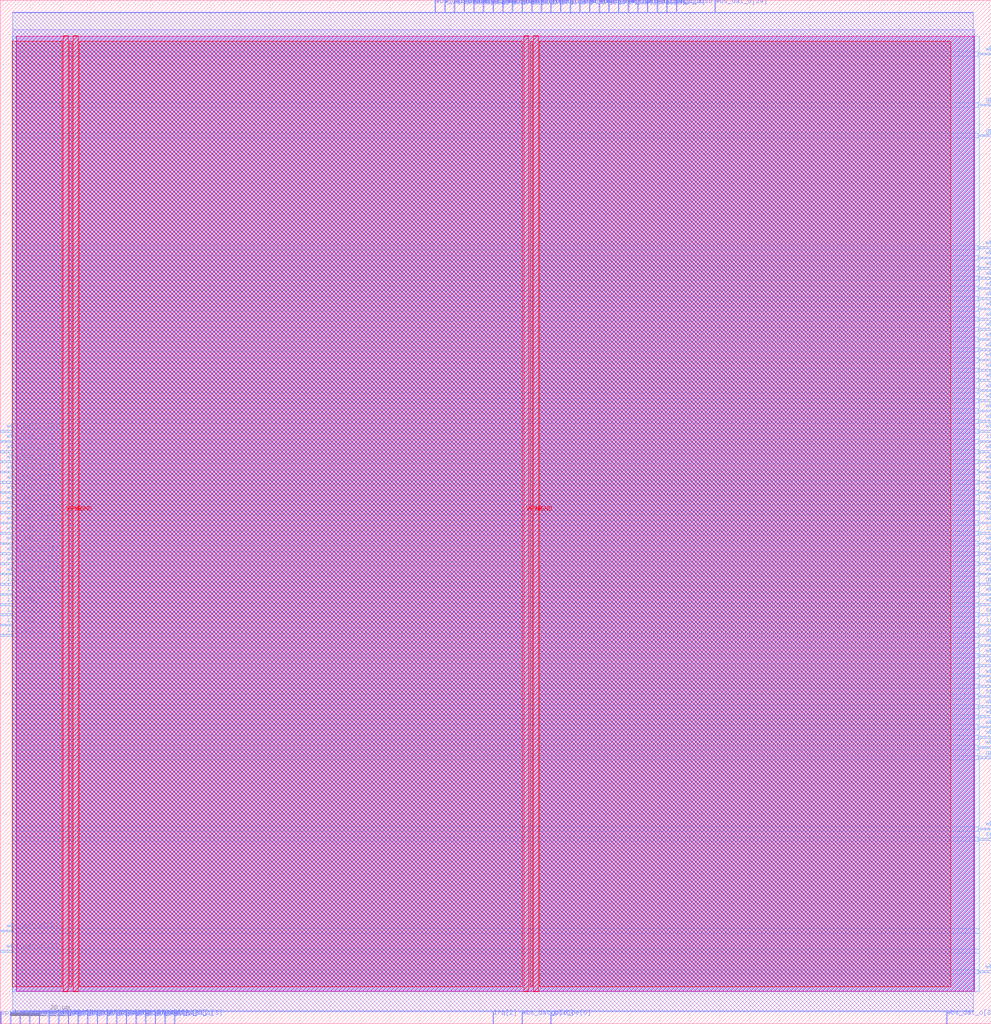
<source format=lef>
VERSION 5.7 ;
  NOWIREEXTENSIONATPIN ON ;
  DIVIDERCHAR "/" ;
  BUSBITCHARS "[]" ;
MACRO peripheral_subsystem_wb_wrapper
  CLASS BLOCK ;
  FOREIGN peripheral_subsystem_wb_wrapper ;
  ORIGIN 0.000 0.000 ;
  SIZE 330.595 BY 341.315 ;
  PIN VGND
    DIRECTION INOUT ;
    USE GROUND ;
    PORT
      LAYER met4 ;
        RECT 24.340 10.640 25.940 329.360 ;
    END
    PORT
      LAYER met4 ;
        RECT 177.940 10.640 179.540 329.360 ;
    END
  END VGND
  PIN VPWR
    DIRECTION INOUT ;
    USE POWER ;
    PORT
      LAYER met4 ;
        RECT 21.040 10.640 22.640 329.360 ;
    END
    PORT
      LAYER met4 ;
        RECT 174.640 10.640 176.240 329.360 ;
    END
  END VPWR
  PIN gpio_in[0]
    DIRECTION INPUT ;
    USE SIGNAL ;
    ANTENNAGATEAREA 0.196500 ;
    PORT
      LAYER met3 ;
        RECT 326.595 88.440 330.595 89.040 ;
    END
  END gpio_in[0]
  PIN gpio_in[1]
    DIRECTION INPUT ;
    USE SIGNAL ;
    ANTENNAGATEAREA 0.196500 ;
    PORT
      LAYER met3 ;
        RECT 326.595 146.240 330.595 146.840 ;
    END
  END gpio_in[1]
  PIN gpio_oe[0]
    DIRECTION OUTPUT ;
    USE SIGNAL ;
    ANTENNADIFFAREA 0.445500 ;
    PORT
      LAYER met2 ;
        RECT 183.630 0.000 183.910 4.000 ;
    END
  END gpio_oe[0]
  PIN gpio_oe[1]
    DIRECTION OUTPUT ;
    USE SIGNAL ;
    ANTENNADIFFAREA 0.445500 ;
    PORT
      LAYER met3 ;
        RECT 326.595 295.840 330.595 296.440 ;
    END
  END gpio_oe[1]
  PIN gpio_out[0]
    DIRECTION OUTPUT ;
    USE SIGNAL ;
    ANTENNADIFFAREA 0.445500 ;
    PORT
      LAYER met3 ;
        RECT 326.595 306.040 330.595 306.640 ;
    END
  END gpio_out[0]
  PIN gpio_out[1]
    DIRECTION OUTPUT ;
    USE SIGNAL ;
    ANTENNADIFFAREA 0.445500 ;
    PORT
      LAYER met3 ;
        RECT 326.595 129.240 330.595 129.840 ;
    END
  END gpio_out[1]
  PIN i2c_scl_i
    DIRECTION INPUT ;
    USE SIGNAL ;
    ANTENNAGATEAREA 0.196500 ;
    PORT
      LAYER met3 ;
        RECT 0.000 129.240 4.000 129.840 ;
    END
  END i2c_scl_i
  PIN i2c_scl_o
    DIRECTION OUTPUT ;
    USE SIGNAL ;
    ANTENNADIFFAREA 0.445500 ;
    PORT
      LAYER met3 ;
        RECT 0.000 136.040 4.000 136.640 ;
    END
  END i2c_scl_o
  PIN i2c_scl_oen_o
    DIRECTION OUTPUT ;
    USE SIGNAL ;
    ANTENNADIFFAREA 0.445500 ;
    PORT
      LAYER met3 ;
        RECT 0.000 146.240 4.000 146.840 ;
    END
  END i2c_scl_oen_o
  PIN i2c_sda_i
    DIRECTION INPUT ;
    USE SIGNAL ;
    ANTENNAGATEAREA 0.196500 ;
    PORT
      LAYER met3 ;
        RECT 0.000 132.640 4.000 133.240 ;
    END
  END i2c_sda_i
  PIN i2c_sda_o
    DIRECTION OUTPUT ;
    USE SIGNAL ;
    ANTENNADIFFAREA 0.445500 ;
    PORT
      LAYER met3 ;
        RECT 0.000 139.440 4.000 140.040 ;
    END
  END i2c_sda_o
  PIN i2c_sda_oen_o
    DIRECTION OUTPUT ;
    USE SIGNAL ;
    ANTENNADIFFAREA 0.445500 ;
    PORT
      LAYER met3 ;
        RECT 0.000 142.840 4.000 143.440 ;
    END
  END i2c_sda_oen_o
  PIN irq[0]
    DIRECTION OUTPUT ;
    USE SIGNAL ;
    ANTENNADIFFAREA 0.445500 ;
    PORT
      LAYER met3 ;
        RECT 326.595 163.240 330.595 163.840 ;
    END
  END irq[0]
  PIN irq[1]
    DIRECTION OUTPUT ;
    USE SIGNAL ;
    ANTENNADIFFAREA 0.445500 ;
    PORT
      LAYER met3 ;
        RECT 326.595 132.640 330.595 133.240 ;
    END
  END irq[1]
  PIN irq[2]
    DIRECTION OUTPUT ;
    USE SIGNAL ;
    ANTENNADIFFAREA 0.445500 ;
    PORT
      LAYER met2 ;
        RECT 164.310 0.000 164.590 4.000 ;
    END
  END irq[2]
  PIN irq[3]
    DIRECTION OUTPUT ;
    USE SIGNAL ;
    ANTENNADIFFAREA 0.445500 ;
    PORT
      LAYER met3 ;
        RECT 326.595 193.840 330.595 194.440 ;
    END
  END irq[3]
  PIN spi0_csb
    DIRECTION OUTPUT ;
    USE SIGNAL ;
    ANTENNADIFFAREA 0.445500 ;
    PORT
      LAYER met2 ;
        RECT 206.170 337.315 206.450 341.315 ;
    END
  END spi0_csb
  PIN spi0_miso
    DIRECTION INPUT ;
    USE SIGNAL ;
    ANTENNAGATEAREA 0.196500 ;
    PORT
      LAYER met2 ;
        RECT 225.490 337.315 225.770 341.315 ;
    END
  END spi0_miso
  PIN spi0_mosi
    DIRECTION OUTPUT ;
    USE SIGNAL ;
    ANTENNADIFFAREA 0.445500 ;
    PORT
      LAYER met2 ;
        RECT 193.290 337.315 193.570 341.315 ;
    END
  END spi0_mosi
  PIN spi0_sclk
    DIRECTION OUTPUT ;
    USE SIGNAL ;
    ANTENNADIFFAREA 0.445500 ;
    PORT
      LAYER met2 ;
        RECT 222.270 337.315 222.550 341.315 ;
    END
  END spi0_sclk
  PIN spi1_csb
    DIRECTION OUTPUT ;
    USE SIGNAL ;
    ANTENNADIFFAREA 0.445500 ;
    PORT
      LAYER met3 ;
        RECT 326.595 136.040 330.595 136.640 ;
    END
  END spi1_csb
  PIN spi1_miso
    DIRECTION INPUT ;
    USE SIGNAL ;
    PORT
      LAYER met2 ;
        RECT 0.090 0.000 0.370 4.000 ;
    END
  END spi1_miso
  PIN spi1_mosi
    DIRECTION OUTPUT ;
    USE SIGNAL ;
    ANTENNADIFFAREA 0.445500 ;
    PORT
      LAYER met3 ;
        RECT 326.595 61.240 330.595 61.840 ;
    END
  END spi1_mosi
  PIN spi1_sclk
    DIRECTION OUTPUT ;
    USE SIGNAL ;
    ANTENNADIFFAREA 0.445500 ;
    PORT
      LAYER met3 ;
        RECT 326.595 108.840 330.595 109.440 ;
    END
  END spi1_sclk
  PIN wb_clk_i
    DIRECTION INPUT ;
    USE SIGNAL ;
    ANTENNAGATEAREA 0.852000 ;
    PORT
      LAYER met3 ;
        RECT 326.595 17.040 330.595 17.640 ;
    END
  END wb_clk_i
  PIN wb_rst_i
    DIRECTION INPUT ;
    USE SIGNAL ;
    ANTENNAGATEAREA 0.213000 ;
    PORT
      LAYER met3 ;
        RECT 326.595 64.640 330.595 65.240 ;
    END
  END wb_rst_i
  PIN wbs_ack_o
    DIRECTION OUTPUT ;
    USE SIGNAL ;
    ANTENNADIFFAREA 0.445500 ;
    PORT
      LAYER met3 ;
        RECT 326.595 159.840 330.595 160.440 ;
    END
  END wbs_ack_o
  PIN wbs_adr_i[0]
    DIRECTION INPUT ;
    USE SIGNAL ;
    ANTENNAGATEAREA 0.159000 ;
    PORT
      LAYER met3 ;
        RECT 326.595 139.440 330.595 140.040 ;
    END
  END wbs_adr_i[0]
  PIN wbs_adr_i[10]
    DIRECTION INPUT ;
    USE SIGNAL ;
    ANTENNAGATEAREA 0.196500 ;
    PORT
      LAYER met3 ;
        RECT 326.595 122.440 330.595 123.040 ;
    END
  END wbs_adr_i[10]
  PIN wbs_adr_i[11]
    DIRECTION INPUT ;
    USE SIGNAL ;
    ANTENNAGATEAREA 0.213000 ;
    PORT
      LAYER met3 ;
        RECT 326.595 187.040 330.595 187.640 ;
    END
  END wbs_adr_i[11]
  PIN wbs_adr_i[12]
    DIRECTION INPUT ;
    USE SIGNAL ;
    ANTENNAGATEAREA 0.196500 ;
    PORT
      LAYER met3 ;
        RECT 326.595 180.240 330.595 180.840 ;
    END
  END wbs_adr_i[12]
  PIN wbs_adr_i[13]
    DIRECTION INPUT ;
    USE SIGNAL ;
    ANTENNAGATEAREA 0.196500 ;
    PORT
      LAYER met3 ;
        RECT 326.595 183.640 330.595 184.240 ;
    END
  END wbs_adr_i[13]
  PIN wbs_adr_i[14]
    DIRECTION INPUT ;
    USE SIGNAL ;
    ANTENNAGATEAREA 0.196500 ;
    PORT
      LAYER met3 ;
        RECT 326.595 115.640 330.595 116.240 ;
    END
  END wbs_adr_i[14]
  PIN wbs_adr_i[15]
    DIRECTION INPUT ;
    USE SIGNAL ;
    ANTENNAGATEAREA 0.196500 ;
    PORT
      LAYER met3 ;
        RECT 326.595 98.640 330.595 99.240 ;
    END
  END wbs_adr_i[15]
  PIN wbs_adr_i[16]
    DIRECTION INPUT ;
    USE SIGNAL ;
    ANTENNAGATEAREA 0.196500 ;
    PORT
      LAYER met3 ;
        RECT 326.595 105.440 330.595 106.040 ;
    END
  END wbs_adr_i[16]
  PIN wbs_adr_i[17]
    DIRECTION INPUT ;
    USE SIGNAL ;
    ANTENNAGATEAREA 0.196500 ;
    PORT
      LAYER met3 ;
        RECT 326.595 119.040 330.595 119.640 ;
    END
  END wbs_adr_i[17]
  PIN wbs_adr_i[18]
    DIRECTION INPUT ;
    USE SIGNAL ;
    ANTENNAGATEAREA 0.196500 ;
    PORT
      LAYER met3 ;
        RECT 326.595 170.040 330.595 170.640 ;
    END
  END wbs_adr_i[18]
  PIN wbs_adr_i[19]
    DIRECTION INPUT ;
    USE SIGNAL ;
    ANTENNAGATEAREA 0.196500 ;
    PORT
      LAYER met3 ;
        RECT 326.595 112.240 330.595 112.840 ;
    END
  END wbs_adr_i[19]
  PIN wbs_adr_i[1]
    DIRECTION INPUT ;
    USE SIGNAL ;
    ANTENNAGATEAREA 0.159000 ;
    PORT
      LAYER met3 ;
        RECT 0.000 173.440 4.000 174.040 ;
    END
  END wbs_adr_i[1]
  PIN wbs_adr_i[20]
    DIRECTION INPUT ;
    USE SIGNAL ;
    ANTENNAGATEAREA 0.196500 ;
    PORT
      LAYER met2 ;
        RECT 151.430 337.315 151.710 341.315 ;
    END
  END wbs_adr_i[20]
  PIN wbs_adr_i[21]
    DIRECTION INPUT ;
    USE SIGNAL ;
    ANTENNAGATEAREA 0.196500 ;
    PORT
      LAYER met2 ;
        RECT 180.410 337.315 180.690 341.315 ;
    END
  END wbs_adr_i[21]
  PIN wbs_adr_i[22]
    DIRECTION INPUT ;
    USE SIGNAL ;
    ANTENNAGATEAREA 0.196500 ;
    PORT
      LAYER met2 ;
        RECT 157.870 337.315 158.150 341.315 ;
    END
  END wbs_adr_i[22]
  PIN wbs_adr_i[23]
    DIRECTION INPUT ;
    USE SIGNAL ;
    ANTENNAGATEAREA 0.196500 ;
    PORT
      LAYER met2 ;
        RECT 170.750 337.315 171.030 341.315 ;
    END
  END wbs_adr_i[23]
  PIN wbs_adr_i[24]
    DIRECTION INPUT ;
    USE SIGNAL ;
    ANTENNAGATEAREA 0.196500 ;
    PORT
      LAYER met2 ;
        RECT 186.850 337.315 187.130 341.315 ;
    END
  END wbs_adr_i[24]
  PIN wbs_adr_i[25]
    DIRECTION INPUT ;
    USE SIGNAL ;
    ANTENNAGATEAREA 0.196500 ;
    PORT
      LAYER met2 ;
        RECT 190.070 337.315 190.350 341.315 ;
    END
  END wbs_adr_i[25]
  PIN wbs_adr_i[26]
    DIRECTION INPUT ;
    USE SIGNAL ;
    ANTENNAGATEAREA 0.196500 ;
    PORT
      LAYER met2 ;
        RECT 154.650 337.315 154.930 341.315 ;
    END
  END wbs_adr_i[26]
  PIN wbs_adr_i[27]
    DIRECTION INPUT ;
    USE SIGNAL ;
    ANTENNAGATEAREA 0.196500 ;
    PORT
      LAYER met2 ;
        RECT 173.970 337.315 174.250 341.315 ;
    END
  END wbs_adr_i[27]
  PIN wbs_adr_i[28]
    DIRECTION INPUT ;
    USE SIGNAL ;
    ANTENNAGATEAREA 0.196500 ;
    PORT
      LAYER met3 ;
        RECT 326.595 190.440 330.595 191.040 ;
    END
  END wbs_adr_i[28]
  PIN wbs_adr_i[29]
    DIRECTION INPUT ;
    USE SIGNAL ;
    ANTENNAGATEAREA 0.196500 ;
    PORT
      LAYER met3 ;
        RECT 326.595 91.840 330.595 92.440 ;
    END
  END wbs_adr_i[29]
  PIN wbs_adr_i[2]
    DIRECTION INPUT ;
    USE SIGNAL ;
    ANTENNAGATEAREA 0.159000 ;
    PORT
      LAYER met3 ;
        RECT 0.000 176.840 4.000 177.440 ;
    END
  END wbs_adr_i[2]
  PIN wbs_adr_i[30]
    DIRECTION INPUT ;
    USE SIGNAL ;
    ANTENNAGATEAREA 0.196500 ;
    PORT
      LAYER met3 ;
        RECT 326.595 176.840 330.595 177.440 ;
    END
  END wbs_adr_i[30]
  PIN wbs_adr_i[31]
    DIRECTION INPUT ;
    USE SIGNAL ;
    ANTENNAGATEAREA 0.196500 ;
    PORT
      LAYER met3 ;
        RECT 326.595 173.440 330.595 174.040 ;
    END
  END wbs_adr_i[31]
  PIN wbs_adr_i[3]
    DIRECTION INPUT ;
    USE SIGNAL ;
    ANTENNAGATEAREA 0.213000 ;
    PORT
      LAYER met3 ;
        RECT 0.000 190.440 4.000 191.040 ;
    END
  END wbs_adr_i[3]
  PIN wbs_adr_i[4]
    DIRECTION INPUT ;
    USE SIGNAL ;
    ANTENNAGATEAREA 0.213000 ;
    PORT
      LAYER met3 ;
        RECT 326.595 125.840 330.595 126.440 ;
    END
  END wbs_adr_i[4]
  PIN wbs_adr_i[5]
    DIRECTION INPUT ;
    USE SIGNAL ;
    ANTENNAGATEAREA 0.196500 ;
    PORT
      LAYER met3 ;
        RECT 326.595 142.840 330.595 143.440 ;
    END
  END wbs_adr_i[5]
  PIN wbs_adr_i[6]
    DIRECTION INPUT ;
    USE SIGNAL ;
    ANTENNAGATEAREA 0.196500 ;
    PORT
      LAYER met3 ;
        RECT 326.595 166.640 330.595 167.240 ;
    END
  END wbs_adr_i[6]
  PIN wbs_adr_i[7]
    DIRECTION INPUT ;
    USE SIGNAL ;
    ANTENNAGATEAREA 0.196500 ;
    PORT
      LAYER met3 ;
        RECT 326.595 156.440 330.595 157.040 ;
    END
  END wbs_adr_i[7]
  PIN wbs_adr_i[8]
    DIRECTION INPUT ;
    USE SIGNAL ;
    ANTENNAGATEAREA 0.196500 ;
    PORT
      LAYER met3 ;
        RECT 326.595 102.040 330.595 102.640 ;
    END
  END wbs_adr_i[8]
  PIN wbs_adr_i[9]
    DIRECTION INPUT ;
    USE SIGNAL ;
    ANTENNAGATEAREA 0.196500 ;
    PORT
      LAYER met3 ;
        RECT 326.595 95.240 330.595 95.840 ;
    END
  END wbs_adr_i[9]
  PIN wbs_cyc_i
    DIRECTION INPUT ;
    USE SIGNAL ;
    ANTENNAGATEAREA 0.196500 ;
    PORT
      LAYER met2 ;
        RECT 183.630 337.315 183.910 341.315 ;
    END
  END wbs_cyc_i
  PIN wbs_dat_i[0]
    DIRECTION INPUT ;
    USE SIGNAL ;
    ANTENNAGATEAREA 0.196500 ;
    PORT
      LAYER met2 ;
        RECT 199.730 337.315 200.010 341.315 ;
    END
  END wbs_dat_i[0]
  PIN wbs_dat_i[10]
    DIRECTION INPUT ;
    USE SIGNAL ;
    ANTENNAGATEAREA 0.213000 ;
    PORT
      LAYER met3 ;
        RECT 0.000 197.240 4.000 197.840 ;
    END
  END wbs_dat_i[10]
  PIN wbs_dat_i[11]
    DIRECTION INPUT ;
    USE SIGNAL ;
    ANTENNAGATEAREA 0.126000 ;
    PORT
      LAYER met3 ;
        RECT 0.000 187.040 4.000 187.640 ;
    END
  END wbs_dat_i[11]
  PIN wbs_dat_i[12]
    DIRECTION INPUT ;
    USE SIGNAL ;
    ANTENNAGATEAREA 0.196500 ;
    PORT
      LAYER met3 ;
        RECT 0.000 170.040 4.000 170.640 ;
    END
  END wbs_dat_i[12]
  PIN wbs_dat_i[13]
    DIRECTION INPUT ;
    USE SIGNAL ;
    ANTENNAGATEAREA 0.126000 ;
    PORT
      LAYER met3 ;
        RECT 0.000 163.240 4.000 163.840 ;
    END
  END wbs_dat_i[13]
  PIN wbs_dat_i[14]
    DIRECTION INPUT ;
    USE SIGNAL ;
    ANTENNAGATEAREA 0.196500 ;
    PORT
      LAYER met3 ;
        RECT 0.000 149.640 4.000 150.240 ;
    END
  END wbs_dat_i[14]
  PIN wbs_dat_i[15]
    DIRECTION INPUT ;
    USE SIGNAL ;
    ANTENNAGATEAREA 0.196500 ;
    PORT
      LAYER met3 ;
        RECT 0.000 153.040 4.000 153.640 ;
    END
  END wbs_dat_i[15]
  PIN wbs_dat_i[16]
    DIRECTION INPUT ;
    USE SIGNAL ;
    PORT
      LAYER met2 ;
        RECT 3.310 0.000 3.590 4.000 ;
    END
  END wbs_dat_i[16]
  PIN wbs_dat_i[17]
    DIRECTION INPUT ;
    USE SIGNAL ;
    PORT
      LAYER met2 ;
        RECT 6.530 0.000 6.810 4.000 ;
    END
  END wbs_dat_i[17]
  PIN wbs_dat_i[18]
    DIRECTION INPUT ;
    USE SIGNAL ;
    PORT
      LAYER met2 ;
        RECT 9.750 0.000 10.030 4.000 ;
    END
  END wbs_dat_i[18]
  PIN wbs_dat_i[19]
    DIRECTION INPUT ;
    USE SIGNAL ;
    PORT
      LAYER met2 ;
        RECT 12.970 0.000 13.250 4.000 ;
    END
  END wbs_dat_i[19]
  PIN wbs_dat_i[1]
    DIRECTION INPUT ;
    USE SIGNAL ;
    ANTENNAGATEAREA 0.196500 ;
    PORT
      LAYER met2 ;
        RECT 219.050 337.315 219.330 341.315 ;
    END
  END wbs_dat_i[1]
  PIN wbs_dat_i[20]
    DIRECTION INPUT ;
    USE SIGNAL ;
    PORT
      LAYER met2 ;
        RECT 16.190 0.000 16.470 4.000 ;
    END
  END wbs_dat_i[20]
  PIN wbs_dat_i[21]
    DIRECTION INPUT ;
    USE SIGNAL ;
    PORT
      LAYER met2 ;
        RECT 19.410 0.000 19.690 4.000 ;
    END
  END wbs_dat_i[21]
  PIN wbs_dat_i[22]
    DIRECTION INPUT ;
    USE SIGNAL ;
    PORT
      LAYER met2 ;
        RECT 22.630 0.000 22.910 4.000 ;
    END
  END wbs_dat_i[22]
  PIN wbs_dat_i[23]
    DIRECTION INPUT ;
    USE SIGNAL ;
    PORT
      LAYER met2 ;
        RECT 25.850 0.000 26.130 4.000 ;
    END
  END wbs_dat_i[23]
  PIN wbs_dat_i[24]
    DIRECTION INPUT ;
    USE SIGNAL ;
    PORT
      LAYER met2 ;
        RECT 29.070 0.000 29.350 4.000 ;
    END
  END wbs_dat_i[24]
  PIN wbs_dat_i[25]
    DIRECTION INPUT ;
    USE SIGNAL ;
    PORT
      LAYER met2 ;
        RECT 32.290 0.000 32.570 4.000 ;
    END
  END wbs_dat_i[25]
  PIN wbs_dat_i[26]
    DIRECTION INPUT ;
    USE SIGNAL ;
    PORT
      LAYER met2 ;
        RECT 35.510 0.000 35.790 4.000 ;
    END
  END wbs_dat_i[26]
  PIN wbs_dat_i[27]
    DIRECTION INPUT ;
    USE SIGNAL ;
    PORT
      LAYER met2 ;
        RECT 38.730 0.000 39.010 4.000 ;
    END
  END wbs_dat_i[27]
  PIN wbs_dat_i[28]
    DIRECTION INPUT ;
    USE SIGNAL ;
    PORT
      LAYER met2 ;
        RECT 41.950 0.000 42.230 4.000 ;
    END
  END wbs_dat_i[28]
  PIN wbs_dat_i[29]
    DIRECTION INPUT ;
    USE SIGNAL ;
    PORT
      LAYER met2 ;
        RECT 45.170 0.000 45.450 4.000 ;
    END
  END wbs_dat_i[29]
  PIN wbs_dat_i[2]
    DIRECTION INPUT ;
    USE SIGNAL ;
    ANTENNAGATEAREA 0.196500 ;
    PORT
      LAYER met2 ;
        RECT 215.830 337.315 216.110 341.315 ;
    END
  END wbs_dat_i[2]
  PIN wbs_dat_i[30]
    DIRECTION INPUT ;
    USE SIGNAL ;
    PORT
      LAYER met2 ;
        RECT 48.390 0.000 48.670 4.000 ;
    END
  END wbs_dat_i[30]
  PIN wbs_dat_i[31]
    DIRECTION INPUT ;
    USE SIGNAL ;
    PORT
      LAYER met2 ;
        RECT 51.610 0.000 51.890 4.000 ;
    END
  END wbs_dat_i[31]
  PIN wbs_dat_i[3]
    DIRECTION INPUT ;
    USE SIGNAL ;
    ANTENNAGATEAREA 0.196500 ;
    PORT
      LAYER met2 ;
        RECT 144.990 337.315 145.270 341.315 ;
    END
  END wbs_dat_i[3]
  PIN wbs_dat_i[4]
    DIRECTION INPUT ;
    USE SIGNAL ;
    ANTENNAGATEAREA 0.196500 ;
    PORT
      LAYER met2 ;
        RECT 196.510 337.315 196.790 341.315 ;
    END
  END wbs_dat_i[4]
  PIN wbs_dat_i[5]
    DIRECTION INPUT ;
    USE SIGNAL ;
    ANTENNAGATEAREA 0.196500 ;
    PORT
      LAYER met2 ;
        RECT 148.210 337.315 148.490 341.315 ;
    END
  END wbs_dat_i[5]
  PIN wbs_dat_i[6]
    DIRECTION INPUT ;
    USE SIGNAL ;
    ANTENNAGATEAREA 0.196500 ;
    PORT
      LAYER met2 ;
        RECT 202.950 337.315 203.230 341.315 ;
    END
  END wbs_dat_i[6]
  PIN wbs_dat_i[7]
    DIRECTION INPUT ;
    USE SIGNAL ;
    ANTENNAGATEAREA 0.196500 ;
    PORT
      LAYER met2 ;
        RECT 209.390 337.315 209.670 341.315 ;
    END
  END wbs_dat_i[7]
  PIN wbs_dat_i[8]
    DIRECTION INPUT ;
    USE SIGNAL ;
    ANTENNAGATEAREA 0.196500 ;
    PORT
      LAYER met3 ;
        RECT 0.000 183.640 4.000 184.240 ;
    END
  END wbs_dat_i[8]
  PIN wbs_dat_i[9]
    DIRECTION INPUT ;
    USE SIGNAL ;
    ANTENNAGATEAREA 0.213000 ;
    PORT
      LAYER met3 ;
        RECT 0.000 193.840 4.000 194.440 ;
    END
  END wbs_dat_i[9]
  PIN wbs_dat_o[0]
    DIRECTION OUTPUT ;
    USE SIGNAL ;
    ANTENNADIFFAREA 0.445500 ;
    PORT
      LAYER met3 ;
        RECT 326.595 258.440 330.595 259.040 ;
    END
  END wbs_dat_o[0]
  PIN wbs_dat_o[10]
    DIRECTION OUTPUT ;
    USE SIGNAL ;
    ANTENNADIFFAREA 0.445500 ;
    PORT
      LAYER met2 ;
        RECT 161.090 337.315 161.370 341.315 ;
    END
  END wbs_dat_o[10]
  PIN wbs_dat_o[11]
    DIRECTION OUTPUT ;
    USE SIGNAL ;
    ANTENNADIFFAREA 0.445500 ;
    PORT
      LAYER met2 ;
        RECT 167.530 337.315 167.810 341.315 ;
    END
  END wbs_dat_o[11]
  PIN wbs_dat_o[12]
    DIRECTION OUTPUT ;
    USE SIGNAL ;
    ANTENNADIFFAREA 0.445500 ;
    PORT
      LAYER met3 ;
        RECT 326.595 149.640 330.595 150.240 ;
    END
  END wbs_dat_o[12]
  PIN wbs_dat_o[13]
    DIRECTION OUTPUT ;
    USE SIGNAL ;
    ANTENNADIFFAREA 0.445500 ;
    PORT
      LAYER met3 ;
        RECT 326.595 153.040 330.595 153.640 ;
    END
  END wbs_dat_o[13]
  PIN wbs_dat_o[14]
    DIRECTION OUTPUT ;
    USE SIGNAL ;
    ANTENNADIFFAREA 0.445500 ;
    PORT
      LAYER met3 ;
        RECT 0.000 156.440 4.000 157.040 ;
    END
  END wbs_dat_o[14]
  PIN wbs_dat_o[15]
    DIRECTION OUTPUT ;
    USE SIGNAL ;
    ANTENNADIFFAREA 0.445500 ;
    PORT
      LAYER met2 ;
        RECT 173.970 0.000 174.250 4.000 ;
    END
  END wbs_dat_o[15]
  PIN wbs_dat_o[16]
    DIRECTION OUTPUT ;
    USE SIGNAL ;
    ANTENNADIFFAREA 0.445500 ;
    PORT
      LAYER met3 ;
        RECT 326.595 197.240 330.595 197.840 ;
    END
  END wbs_dat_o[16]
  PIN wbs_dat_o[17]
    DIRECTION OUTPUT ;
    USE SIGNAL ;
    PORT
      LAYER met3 ;
        RECT 0.000 23.840 4.000 24.440 ;
    END
  END wbs_dat_o[17]
  PIN wbs_dat_o[18]
    DIRECTION OUTPUT ;
    USE SIGNAL ;
    ANTENNADIFFAREA 0.445500 ;
    PORT
      LAYER met3 ;
        RECT 326.595 207.440 330.595 208.040 ;
    END
  END wbs_dat_o[18]
  PIN wbs_dat_o[19]
    DIRECTION OUTPUT ;
    USE SIGNAL ;
    ANTENNADIFFAREA 0.445500 ;
    PORT
      LAYER met3 ;
        RECT 326.595 221.040 330.595 221.640 ;
    END
  END wbs_dat_o[19]
  PIN wbs_dat_o[1]
    DIRECTION OUTPUT ;
    USE SIGNAL ;
    ANTENNADIFFAREA 0.445500 ;
    PORT
      LAYER met3 ;
        RECT 326.595 214.240 330.595 214.840 ;
    END
  END wbs_dat_o[1]
  PIN wbs_dat_o[20]
    DIRECTION OUTPUT ;
    USE SIGNAL ;
    PORT
      LAYER met2 ;
        RECT 315.650 0.000 315.930 4.000 ;
    END
  END wbs_dat_o[20]
  PIN wbs_dat_o[21]
    DIRECTION OUTPUT ;
    USE SIGNAL ;
    ANTENNADIFFAREA 0.445500 ;
    PORT
      LAYER met3 ;
        RECT 326.595 248.240 330.595 248.840 ;
    END
  END wbs_dat_o[21]
  PIN wbs_dat_o[22]
    DIRECTION OUTPUT ;
    USE SIGNAL ;
    PORT
      LAYER met3 ;
        RECT 326.595 323.040 330.595 323.640 ;
    END
  END wbs_dat_o[22]
  PIN wbs_dat_o[23]
    DIRECTION OUTPUT ;
    USE SIGNAL ;
    ANTENNADIFFAREA 0.445500 ;
    PORT
      LAYER met3 ;
        RECT 326.595 234.640 330.595 235.240 ;
    END
  END wbs_dat_o[23]
  PIN wbs_dat_o[24]
    DIRECTION OUTPUT ;
    USE SIGNAL ;
    PORT
      LAYER met2 ;
        RECT 238.370 337.315 238.650 341.315 ;
    END
  END wbs_dat_o[24]
  PIN wbs_dat_o[25]
    DIRECTION OUTPUT ;
    USE SIGNAL ;
    ANTENNADIFFAREA 0.445500 ;
    PORT
      LAYER met3 ;
        RECT 326.595 255.040 330.595 255.640 ;
    END
  END wbs_dat_o[25]
  PIN wbs_dat_o[26]
    DIRECTION OUTPUT ;
    USE SIGNAL ;
    ANTENNADIFFAREA 0.445500 ;
    PORT
      LAYER met3 ;
        RECT 326.595 238.040 330.595 238.640 ;
    END
  END wbs_dat_o[26]
  PIN wbs_dat_o[27]
    DIRECTION OUTPUT ;
    USE SIGNAL ;
    ANTENNADIFFAREA 0.445500 ;
    PORT
      LAYER met3 ;
        RECT 326.595 227.840 330.595 228.440 ;
    END
  END wbs_dat_o[27]
  PIN wbs_dat_o[28]
    DIRECTION OUTPUT ;
    USE SIGNAL ;
    ANTENNADIFFAREA 0.445500 ;
    PORT
      LAYER met3 ;
        RECT 326.595 244.840 330.595 245.440 ;
    END
  END wbs_dat_o[28]
  PIN wbs_dat_o[29]
    DIRECTION OUTPUT ;
    USE SIGNAL ;
    PORT
      LAYER met3 ;
        RECT 0.000 30.640 4.000 31.240 ;
    END
  END wbs_dat_o[29]
  PIN wbs_dat_o[2]
    DIRECTION OUTPUT ;
    USE SIGNAL ;
    ANTENNADIFFAREA 0.445500 ;
    PORT
      LAYER met3 ;
        RECT 326.595 200.640 330.595 201.240 ;
    END
  END wbs_dat_o[2]
  PIN wbs_dat_o[30]
    DIRECTION OUTPUT ;
    USE SIGNAL ;
    ANTENNADIFFAREA 0.445500 ;
    PORT
      LAYER met3 ;
        RECT 326.595 231.240 330.595 231.840 ;
    END
  END wbs_dat_o[30]
  PIN wbs_dat_o[31]
    DIRECTION OUTPUT ;
    USE SIGNAL ;
    ANTENNADIFFAREA 0.445500 ;
    PORT
      LAYER met3 ;
        RECT 326.595 210.840 330.595 211.440 ;
    END
  END wbs_dat_o[31]
  PIN wbs_dat_o[3]
    DIRECTION OUTPUT ;
    USE SIGNAL ;
    ANTENNADIFFAREA 0.445500 ;
    PORT
      LAYER met3 ;
        RECT 326.595 217.640 330.595 218.240 ;
    END
  END wbs_dat_o[3]
  PIN wbs_dat_o[4]
    DIRECTION OUTPUT ;
    USE SIGNAL ;
    ANTENNADIFFAREA 0.445500 ;
    PORT
      LAYER met3 ;
        RECT 326.595 224.440 330.595 225.040 ;
    END
  END wbs_dat_o[4]
  PIN wbs_dat_o[5]
    DIRECTION OUTPUT ;
    USE SIGNAL ;
    ANTENNADIFFAREA 0.445500 ;
    PORT
      LAYER met3 ;
        RECT 326.595 204.040 330.595 204.640 ;
    END
  END wbs_dat_o[5]
  PIN wbs_dat_o[6]
    DIRECTION OUTPUT ;
    USE SIGNAL ;
    ANTENNADIFFAREA 0.445500 ;
    PORT
      LAYER met2 ;
        RECT 212.610 337.315 212.890 341.315 ;
    END
  END wbs_dat_o[6]
  PIN wbs_dat_o[7]
    DIRECTION OUTPUT ;
    USE SIGNAL ;
    ANTENNADIFFAREA 0.445500 ;
    PORT
      LAYER met3 ;
        RECT 326.595 241.440 330.595 242.040 ;
    END
  END wbs_dat_o[7]
  PIN wbs_dat_o[8]
    DIRECTION OUTPUT ;
    USE SIGNAL ;
    ANTENNADIFFAREA 0.445500 ;
    PORT
      LAYER met3 ;
        RECT 0.000 166.640 4.000 167.240 ;
    END
  END wbs_dat_o[8]
  PIN wbs_dat_o[9]
    DIRECTION OUTPUT ;
    USE SIGNAL ;
    ANTENNADIFFAREA 0.445500 ;
    PORT
      LAYER met2 ;
        RECT 164.310 337.315 164.590 341.315 ;
    END
  END wbs_dat_o[9]
  PIN wbs_sel_i[0]
    DIRECTION INPUT ;
    USE SIGNAL ;
    ANTENNAGATEAREA 0.159000 ;
    PORT
      LAYER met3 ;
        RECT 0.000 159.840 4.000 160.440 ;
    END
  END wbs_sel_i[0]
  PIN wbs_sel_i[1]
    DIRECTION INPUT ;
    USE SIGNAL ;
    ANTENNAGATEAREA 0.247500 ;
    PORT
      LAYER met3 ;
        RECT 0.000 180.240 4.000 180.840 ;
    END
  END wbs_sel_i[1]
  PIN wbs_sel_i[2]
    DIRECTION INPUT ;
    USE SIGNAL ;
    PORT
      LAYER met2 ;
        RECT 54.830 0.000 55.110 4.000 ;
    END
  END wbs_sel_i[2]
  PIN wbs_sel_i[3]
    DIRECTION INPUT ;
    USE SIGNAL ;
    PORT
      LAYER met2 ;
        RECT 58.050 0.000 58.330 4.000 ;
    END
  END wbs_sel_i[3]
  PIN wbs_stb_i
    DIRECTION INPUT ;
    USE SIGNAL ;
    ANTENNAGATEAREA 0.196500 ;
    PORT
      LAYER met2 ;
        RECT 177.190 337.315 177.470 341.315 ;
    END
  END wbs_stb_i
  PIN wbs_we_i
    DIRECTION INPUT ;
    USE SIGNAL ;
    ANTENNAGATEAREA 0.213000 ;
    PORT
      LAYER met3 ;
        RECT 326.595 251.640 330.595 252.240 ;
    END
  END wbs_we_i
  OBS
      LAYER nwell ;
        RECT 5.330 10.795 324.950 329.310 ;
      LAYER li1 ;
        RECT 5.520 10.795 324.760 329.205 ;
      LAYER met1 ;
        RECT 4.210 10.640 325.060 331.460 ;
      LAYER met2 ;
        RECT 4.230 337.035 144.710 337.315 ;
        RECT 145.550 337.035 147.930 337.315 ;
        RECT 148.770 337.035 151.150 337.315 ;
        RECT 151.990 337.035 154.370 337.315 ;
        RECT 155.210 337.035 157.590 337.315 ;
        RECT 158.430 337.035 160.810 337.315 ;
        RECT 161.650 337.035 164.030 337.315 ;
        RECT 164.870 337.035 167.250 337.315 ;
        RECT 168.090 337.035 170.470 337.315 ;
        RECT 171.310 337.035 173.690 337.315 ;
        RECT 174.530 337.035 176.910 337.315 ;
        RECT 177.750 337.035 180.130 337.315 ;
        RECT 180.970 337.035 183.350 337.315 ;
        RECT 184.190 337.035 186.570 337.315 ;
        RECT 187.410 337.035 189.790 337.315 ;
        RECT 190.630 337.035 193.010 337.315 ;
        RECT 193.850 337.035 196.230 337.315 ;
        RECT 197.070 337.035 199.450 337.315 ;
        RECT 200.290 337.035 202.670 337.315 ;
        RECT 203.510 337.035 205.890 337.315 ;
        RECT 206.730 337.035 209.110 337.315 ;
        RECT 209.950 337.035 212.330 337.315 ;
        RECT 213.170 337.035 215.550 337.315 ;
        RECT 216.390 337.035 218.770 337.315 ;
        RECT 219.610 337.035 221.990 337.315 ;
        RECT 222.830 337.035 225.210 337.315 ;
        RECT 226.050 337.035 238.090 337.315 ;
        RECT 238.930 337.035 324.660 337.315 ;
        RECT 4.230 4.280 324.660 337.035 ;
        RECT 4.230 4.000 6.250 4.280 ;
        RECT 7.090 4.000 9.470 4.280 ;
        RECT 10.310 4.000 12.690 4.280 ;
        RECT 13.530 4.000 15.910 4.280 ;
        RECT 16.750 4.000 19.130 4.280 ;
        RECT 19.970 4.000 22.350 4.280 ;
        RECT 23.190 4.000 25.570 4.280 ;
        RECT 26.410 4.000 28.790 4.280 ;
        RECT 29.630 4.000 32.010 4.280 ;
        RECT 32.850 4.000 35.230 4.280 ;
        RECT 36.070 4.000 38.450 4.280 ;
        RECT 39.290 4.000 41.670 4.280 ;
        RECT 42.510 4.000 44.890 4.280 ;
        RECT 45.730 4.000 48.110 4.280 ;
        RECT 48.950 4.000 51.330 4.280 ;
        RECT 52.170 4.000 54.550 4.280 ;
        RECT 55.390 4.000 57.770 4.280 ;
        RECT 58.610 4.000 164.030 4.280 ;
        RECT 164.870 4.000 173.690 4.280 ;
        RECT 174.530 4.000 183.350 4.280 ;
        RECT 184.190 4.000 315.370 4.280 ;
        RECT 316.210 4.000 324.660 4.280 ;
      LAYER met3 ;
        RECT 3.950 324.040 326.595 329.285 ;
        RECT 3.950 322.640 326.195 324.040 ;
        RECT 3.950 307.040 326.595 322.640 ;
        RECT 3.950 305.640 326.195 307.040 ;
        RECT 3.950 296.840 326.595 305.640 ;
        RECT 3.950 295.440 326.195 296.840 ;
        RECT 3.950 259.440 326.595 295.440 ;
        RECT 3.950 258.040 326.195 259.440 ;
        RECT 3.950 256.040 326.595 258.040 ;
        RECT 3.950 254.640 326.195 256.040 ;
        RECT 3.950 252.640 326.595 254.640 ;
        RECT 3.950 251.240 326.195 252.640 ;
        RECT 3.950 249.240 326.595 251.240 ;
        RECT 3.950 247.840 326.195 249.240 ;
        RECT 3.950 245.840 326.595 247.840 ;
        RECT 3.950 244.440 326.195 245.840 ;
        RECT 3.950 242.440 326.595 244.440 ;
        RECT 3.950 241.040 326.195 242.440 ;
        RECT 3.950 239.040 326.595 241.040 ;
        RECT 3.950 237.640 326.195 239.040 ;
        RECT 3.950 235.640 326.595 237.640 ;
        RECT 3.950 234.240 326.195 235.640 ;
        RECT 3.950 232.240 326.595 234.240 ;
        RECT 3.950 230.840 326.195 232.240 ;
        RECT 3.950 228.840 326.595 230.840 ;
        RECT 3.950 227.440 326.195 228.840 ;
        RECT 3.950 225.440 326.595 227.440 ;
        RECT 3.950 224.040 326.195 225.440 ;
        RECT 3.950 222.040 326.595 224.040 ;
        RECT 3.950 220.640 326.195 222.040 ;
        RECT 3.950 218.640 326.595 220.640 ;
        RECT 3.950 217.240 326.195 218.640 ;
        RECT 3.950 215.240 326.595 217.240 ;
        RECT 3.950 213.840 326.195 215.240 ;
        RECT 3.950 211.840 326.595 213.840 ;
        RECT 3.950 210.440 326.195 211.840 ;
        RECT 3.950 208.440 326.595 210.440 ;
        RECT 3.950 207.040 326.195 208.440 ;
        RECT 3.950 205.040 326.595 207.040 ;
        RECT 3.950 203.640 326.195 205.040 ;
        RECT 3.950 201.640 326.595 203.640 ;
        RECT 3.950 200.240 326.195 201.640 ;
        RECT 3.950 198.240 326.595 200.240 ;
        RECT 4.400 196.840 326.195 198.240 ;
        RECT 3.950 194.840 326.595 196.840 ;
        RECT 4.400 193.440 326.195 194.840 ;
        RECT 3.950 191.440 326.595 193.440 ;
        RECT 4.400 190.040 326.195 191.440 ;
        RECT 3.950 188.040 326.595 190.040 ;
        RECT 4.400 186.640 326.195 188.040 ;
        RECT 3.950 184.640 326.595 186.640 ;
        RECT 4.400 183.240 326.195 184.640 ;
        RECT 3.950 181.240 326.595 183.240 ;
        RECT 4.400 179.840 326.195 181.240 ;
        RECT 3.950 177.840 326.595 179.840 ;
        RECT 4.400 176.440 326.195 177.840 ;
        RECT 3.950 174.440 326.595 176.440 ;
        RECT 4.400 173.040 326.195 174.440 ;
        RECT 3.950 171.040 326.595 173.040 ;
        RECT 4.400 169.640 326.195 171.040 ;
        RECT 3.950 167.640 326.595 169.640 ;
        RECT 4.400 166.240 326.195 167.640 ;
        RECT 3.950 164.240 326.595 166.240 ;
        RECT 4.400 162.840 326.195 164.240 ;
        RECT 3.950 160.840 326.595 162.840 ;
        RECT 4.400 159.440 326.195 160.840 ;
        RECT 3.950 157.440 326.595 159.440 ;
        RECT 4.400 156.040 326.195 157.440 ;
        RECT 3.950 154.040 326.595 156.040 ;
        RECT 4.400 152.640 326.195 154.040 ;
        RECT 3.950 150.640 326.595 152.640 ;
        RECT 4.400 149.240 326.195 150.640 ;
        RECT 3.950 147.240 326.595 149.240 ;
        RECT 4.400 145.840 326.195 147.240 ;
        RECT 3.950 143.840 326.595 145.840 ;
        RECT 4.400 142.440 326.195 143.840 ;
        RECT 3.950 140.440 326.595 142.440 ;
        RECT 4.400 139.040 326.195 140.440 ;
        RECT 3.950 137.040 326.595 139.040 ;
        RECT 4.400 135.640 326.195 137.040 ;
        RECT 3.950 133.640 326.595 135.640 ;
        RECT 4.400 132.240 326.195 133.640 ;
        RECT 3.950 130.240 326.595 132.240 ;
        RECT 4.400 128.840 326.195 130.240 ;
        RECT 3.950 126.840 326.595 128.840 ;
        RECT 3.950 125.440 326.195 126.840 ;
        RECT 3.950 123.440 326.595 125.440 ;
        RECT 3.950 122.040 326.195 123.440 ;
        RECT 3.950 120.040 326.595 122.040 ;
        RECT 3.950 118.640 326.195 120.040 ;
        RECT 3.950 116.640 326.595 118.640 ;
        RECT 3.950 115.240 326.195 116.640 ;
        RECT 3.950 113.240 326.595 115.240 ;
        RECT 3.950 111.840 326.195 113.240 ;
        RECT 3.950 109.840 326.595 111.840 ;
        RECT 3.950 108.440 326.195 109.840 ;
        RECT 3.950 106.440 326.595 108.440 ;
        RECT 3.950 105.040 326.195 106.440 ;
        RECT 3.950 103.040 326.595 105.040 ;
        RECT 3.950 101.640 326.195 103.040 ;
        RECT 3.950 99.640 326.595 101.640 ;
        RECT 3.950 98.240 326.195 99.640 ;
        RECT 3.950 96.240 326.595 98.240 ;
        RECT 3.950 94.840 326.195 96.240 ;
        RECT 3.950 92.840 326.595 94.840 ;
        RECT 3.950 91.440 326.195 92.840 ;
        RECT 3.950 89.440 326.595 91.440 ;
        RECT 3.950 88.040 326.195 89.440 ;
        RECT 3.950 65.640 326.595 88.040 ;
        RECT 3.950 64.240 326.195 65.640 ;
        RECT 3.950 62.240 326.595 64.240 ;
        RECT 3.950 60.840 326.195 62.240 ;
        RECT 3.950 31.640 326.595 60.840 ;
        RECT 4.400 30.240 326.595 31.640 ;
        RECT 3.950 24.840 326.595 30.240 ;
        RECT 4.400 23.440 326.595 24.840 ;
        RECT 3.950 18.040 326.595 23.440 ;
        RECT 3.950 16.640 326.195 18.040 ;
        RECT 3.950 10.715 326.595 16.640 ;
      LAYER met4 ;
        RECT 3.975 12.415 20.640 327.585 ;
        RECT 23.040 12.415 23.940 327.585 ;
        RECT 26.340 12.415 174.240 327.585 ;
        RECT 176.640 12.415 177.540 327.585 ;
        RECT 179.940 12.415 317.105 327.585 ;
  END
END peripheral_subsystem_wb_wrapper
END LIBRARY


</source>
